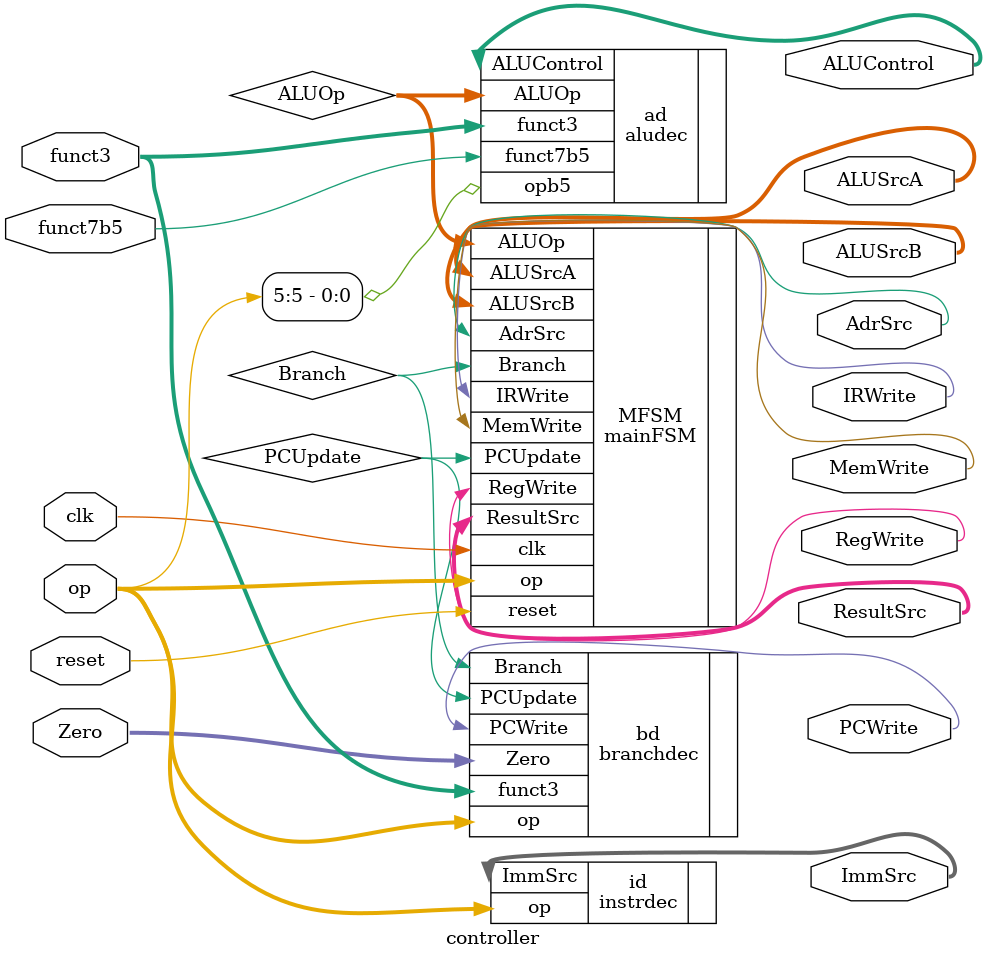
<source format=sv>
module controller (
  input  logic        clk, reset,
  input  logic [6:0]  op,
  input  logic [2:0]  funct3,
  input  logic        funct7b5,
  input  logic [1:0]  Zero,
  output logic        PCWrite, AdrSrc, MemWrite, IRWrite, RegWrite,
  output logic [1:0]  ResultSrc ,ALUSrcA, ALUSrcB,
  output logic [2:0]  ALUControl, ImmSrc
);
 
  logic       Branch, PCUpdate;
  logic [1:0] ALUOp;


  mainFSM MFSM(
    .clk            (clk),
    .reset          (reset),
    .op             (op), 
    .Branch         (Branch),
    .PCUpdate       (PCUpdate),
    .RegWrite       (RegWrite),
    .MemWrite       (MemWrite),
    .IRWrite        (IRWrite),
    .ResultSrc      (ResultSrc),
    .ALUSrcA        (ALUSrcA),
    .ALUSrcB        (ALUSrcB),
    .ALUOp          (ALUOp),
    .AdrSrc         (AdrSrc)
  );
  
  branchdec bd(
    .op(op), 
    .Branch(Branch), 
    .funct3(funct3), 
    .Zero(Zero), 
    .PCUpdate(PCUpdate),
    .PCWrite(PCWrite)
  );

  aludec ad(
    .opb5       (op[5]),
    .funct3     (funct3),
    .funct7b5   (funct7b5),
    .ALUOp      (ALUOp),
    .ALUControl (ALUControl)
  );

  instrdec id(
    .op         (op),
    .ImmSrc     (ImmSrc)
  );

endmodule

</source>
